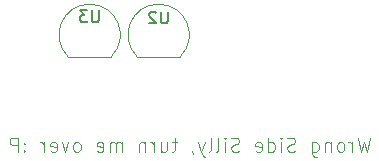
<source format=gbr>
%TF.GenerationSoftware,KiCad,Pcbnew,9.0.4*%
%TF.CreationDate,2025-09-23T13:55:46-04:00*%
%TF.ProjectId,Thermometer,54686572-6d6f-46d6-9574-65722e6b6963,rev?*%
%TF.SameCoordinates,Original*%
%TF.FileFunction,Legend,Bot*%
%TF.FilePolarity,Positive*%
%FSLAX46Y46*%
G04 Gerber Fmt 4.6, Leading zero omitted, Abs format (unit mm)*
G04 Created by KiCad (PCBNEW 9.0.4) date 2025-09-23 13:55:46*
%MOMM*%
%LPD*%
G01*
G04 APERTURE LIST*
%ADD10C,0.100000*%
%ADD11C,0.150000*%
%ADD12C,0.120000*%
G04 APERTURE END LIST*
D10*
X122546382Y-81604342D02*
X122260668Y-82804342D01*
X122260668Y-82804342D02*
X122032096Y-81947200D01*
X122032096Y-81947200D02*
X121803525Y-82804342D01*
X121803525Y-82804342D02*
X121517811Y-81604342D01*
X121060667Y-82804342D02*
X121060667Y-82004342D01*
X121060667Y-82232914D02*
X121003524Y-82118628D01*
X121003524Y-82118628D02*
X120946382Y-82061485D01*
X120946382Y-82061485D02*
X120832096Y-82004342D01*
X120832096Y-82004342D02*
X120717810Y-82004342D01*
X120146382Y-82804342D02*
X120260667Y-82747200D01*
X120260667Y-82747200D02*
X120317810Y-82690057D01*
X120317810Y-82690057D02*
X120374953Y-82575771D01*
X120374953Y-82575771D02*
X120374953Y-82232914D01*
X120374953Y-82232914D02*
X120317810Y-82118628D01*
X120317810Y-82118628D02*
X120260667Y-82061485D01*
X120260667Y-82061485D02*
X120146382Y-82004342D01*
X120146382Y-82004342D02*
X119974953Y-82004342D01*
X119974953Y-82004342D02*
X119860667Y-82061485D01*
X119860667Y-82061485D02*
X119803525Y-82118628D01*
X119803525Y-82118628D02*
X119746382Y-82232914D01*
X119746382Y-82232914D02*
X119746382Y-82575771D01*
X119746382Y-82575771D02*
X119803525Y-82690057D01*
X119803525Y-82690057D02*
X119860667Y-82747200D01*
X119860667Y-82747200D02*
X119974953Y-82804342D01*
X119974953Y-82804342D02*
X120146382Y-82804342D01*
X119232096Y-82004342D02*
X119232096Y-82804342D01*
X119232096Y-82118628D02*
X119174953Y-82061485D01*
X119174953Y-82061485D02*
X119060668Y-82004342D01*
X119060668Y-82004342D02*
X118889239Y-82004342D01*
X118889239Y-82004342D02*
X118774953Y-82061485D01*
X118774953Y-82061485D02*
X118717811Y-82175771D01*
X118717811Y-82175771D02*
X118717811Y-82804342D01*
X117632097Y-82004342D02*
X117632097Y-82975771D01*
X117632097Y-82975771D02*
X117689239Y-83090057D01*
X117689239Y-83090057D02*
X117746382Y-83147200D01*
X117746382Y-83147200D02*
X117860668Y-83204342D01*
X117860668Y-83204342D02*
X118032097Y-83204342D01*
X118032097Y-83204342D02*
X118146382Y-83147200D01*
X117632097Y-82747200D02*
X117746382Y-82804342D01*
X117746382Y-82804342D02*
X117974954Y-82804342D01*
X117974954Y-82804342D02*
X118089239Y-82747200D01*
X118089239Y-82747200D02*
X118146382Y-82690057D01*
X118146382Y-82690057D02*
X118203525Y-82575771D01*
X118203525Y-82575771D02*
X118203525Y-82232914D01*
X118203525Y-82232914D02*
X118146382Y-82118628D01*
X118146382Y-82118628D02*
X118089239Y-82061485D01*
X118089239Y-82061485D02*
X117974954Y-82004342D01*
X117974954Y-82004342D02*
X117746382Y-82004342D01*
X117746382Y-82004342D02*
X117632097Y-82061485D01*
X116203525Y-82747200D02*
X116032097Y-82804342D01*
X116032097Y-82804342D02*
X115746382Y-82804342D01*
X115746382Y-82804342D02*
X115632097Y-82747200D01*
X115632097Y-82747200D02*
X115574954Y-82690057D01*
X115574954Y-82690057D02*
X115517811Y-82575771D01*
X115517811Y-82575771D02*
X115517811Y-82461485D01*
X115517811Y-82461485D02*
X115574954Y-82347200D01*
X115574954Y-82347200D02*
X115632097Y-82290057D01*
X115632097Y-82290057D02*
X115746382Y-82232914D01*
X115746382Y-82232914D02*
X115974954Y-82175771D01*
X115974954Y-82175771D02*
X116089239Y-82118628D01*
X116089239Y-82118628D02*
X116146382Y-82061485D01*
X116146382Y-82061485D02*
X116203525Y-81947200D01*
X116203525Y-81947200D02*
X116203525Y-81832914D01*
X116203525Y-81832914D02*
X116146382Y-81718628D01*
X116146382Y-81718628D02*
X116089239Y-81661485D01*
X116089239Y-81661485D02*
X115974954Y-81604342D01*
X115974954Y-81604342D02*
X115689239Y-81604342D01*
X115689239Y-81604342D02*
X115517811Y-81661485D01*
X115003525Y-82804342D02*
X115003525Y-82004342D01*
X115003525Y-81604342D02*
X115060668Y-81661485D01*
X115060668Y-81661485D02*
X115003525Y-81718628D01*
X115003525Y-81718628D02*
X114946382Y-81661485D01*
X114946382Y-81661485D02*
X115003525Y-81604342D01*
X115003525Y-81604342D02*
X115003525Y-81718628D01*
X113917811Y-82804342D02*
X113917811Y-81604342D01*
X113917811Y-82747200D02*
X114032096Y-82804342D01*
X114032096Y-82804342D02*
X114260668Y-82804342D01*
X114260668Y-82804342D02*
X114374953Y-82747200D01*
X114374953Y-82747200D02*
X114432096Y-82690057D01*
X114432096Y-82690057D02*
X114489239Y-82575771D01*
X114489239Y-82575771D02*
X114489239Y-82232914D01*
X114489239Y-82232914D02*
X114432096Y-82118628D01*
X114432096Y-82118628D02*
X114374953Y-82061485D01*
X114374953Y-82061485D02*
X114260668Y-82004342D01*
X114260668Y-82004342D02*
X114032096Y-82004342D01*
X114032096Y-82004342D02*
X113917811Y-82061485D01*
X112889239Y-82747200D02*
X113003525Y-82804342D01*
X113003525Y-82804342D02*
X113232097Y-82804342D01*
X113232097Y-82804342D02*
X113346382Y-82747200D01*
X113346382Y-82747200D02*
X113403525Y-82632914D01*
X113403525Y-82632914D02*
X113403525Y-82175771D01*
X113403525Y-82175771D02*
X113346382Y-82061485D01*
X113346382Y-82061485D02*
X113232097Y-82004342D01*
X113232097Y-82004342D02*
X113003525Y-82004342D01*
X113003525Y-82004342D02*
X112889239Y-82061485D01*
X112889239Y-82061485D02*
X112832097Y-82175771D01*
X112832097Y-82175771D02*
X112832097Y-82290057D01*
X112832097Y-82290057D02*
X113403525Y-82404342D01*
X111460668Y-82747200D02*
X111289240Y-82804342D01*
X111289240Y-82804342D02*
X111003525Y-82804342D01*
X111003525Y-82804342D02*
X110889240Y-82747200D01*
X110889240Y-82747200D02*
X110832097Y-82690057D01*
X110832097Y-82690057D02*
X110774954Y-82575771D01*
X110774954Y-82575771D02*
X110774954Y-82461485D01*
X110774954Y-82461485D02*
X110832097Y-82347200D01*
X110832097Y-82347200D02*
X110889240Y-82290057D01*
X110889240Y-82290057D02*
X111003525Y-82232914D01*
X111003525Y-82232914D02*
X111232097Y-82175771D01*
X111232097Y-82175771D02*
X111346382Y-82118628D01*
X111346382Y-82118628D02*
X111403525Y-82061485D01*
X111403525Y-82061485D02*
X111460668Y-81947200D01*
X111460668Y-81947200D02*
X111460668Y-81832914D01*
X111460668Y-81832914D02*
X111403525Y-81718628D01*
X111403525Y-81718628D02*
X111346382Y-81661485D01*
X111346382Y-81661485D02*
X111232097Y-81604342D01*
X111232097Y-81604342D02*
X110946382Y-81604342D01*
X110946382Y-81604342D02*
X110774954Y-81661485D01*
X110260668Y-82804342D02*
X110260668Y-82004342D01*
X110260668Y-81604342D02*
X110317811Y-81661485D01*
X110317811Y-81661485D02*
X110260668Y-81718628D01*
X110260668Y-81718628D02*
X110203525Y-81661485D01*
X110203525Y-81661485D02*
X110260668Y-81604342D01*
X110260668Y-81604342D02*
X110260668Y-81718628D01*
X109517811Y-82804342D02*
X109632096Y-82747200D01*
X109632096Y-82747200D02*
X109689239Y-82632914D01*
X109689239Y-82632914D02*
X109689239Y-81604342D01*
X108889240Y-82804342D02*
X109003525Y-82747200D01*
X109003525Y-82747200D02*
X109060668Y-82632914D01*
X109060668Y-82632914D02*
X109060668Y-81604342D01*
X108546383Y-82004342D02*
X108260669Y-82804342D01*
X107974954Y-82004342D02*
X108260669Y-82804342D01*
X108260669Y-82804342D02*
X108374954Y-83090057D01*
X108374954Y-83090057D02*
X108432097Y-83147200D01*
X108432097Y-83147200D02*
X108546383Y-83204342D01*
X107460668Y-82747200D02*
X107460668Y-82804342D01*
X107460668Y-82804342D02*
X107517811Y-82918628D01*
X107517811Y-82918628D02*
X107574954Y-82975771D01*
X106203525Y-82004342D02*
X105746382Y-82004342D01*
X106032096Y-81604342D02*
X106032096Y-82632914D01*
X106032096Y-82632914D02*
X105974953Y-82747200D01*
X105974953Y-82747200D02*
X105860668Y-82804342D01*
X105860668Y-82804342D02*
X105746382Y-82804342D01*
X104832097Y-82004342D02*
X104832097Y-82804342D01*
X105346382Y-82004342D02*
X105346382Y-82632914D01*
X105346382Y-82632914D02*
X105289239Y-82747200D01*
X105289239Y-82747200D02*
X105174954Y-82804342D01*
X105174954Y-82804342D02*
X105003525Y-82804342D01*
X105003525Y-82804342D02*
X104889239Y-82747200D01*
X104889239Y-82747200D02*
X104832097Y-82690057D01*
X104260668Y-82804342D02*
X104260668Y-82004342D01*
X104260668Y-82232914D02*
X104203525Y-82118628D01*
X104203525Y-82118628D02*
X104146383Y-82061485D01*
X104146383Y-82061485D02*
X104032097Y-82004342D01*
X104032097Y-82004342D02*
X103917811Y-82004342D01*
X103517811Y-82004342D02*
X103517811Y-82804342D01*
X103517811Y-82118628D02*
X103460668Y-82061485D01*
X103460668Y-82061485D02*
X103346383Y-82004342D01*
X103346383Y-82004342D02*
X103174954Y-82004342D01*
X103174954Y-82004342D02*
X103060668Y-82061485D01*
X103060668Y-82061485D02*
X103003526Y-82175771D01*
X103003526Y-82175771D02*
X103003526Y-82804342D01*
X101517811Y-82804342D02*
X101517811Y-82004342D01*
X101517811Y-82118628D02*
X101460668Y-82061485D01*
X101460668Y-82061485D02*
X101346383Y-82004342D01*
X101346383Y-82004342D02*
X101174954Y-82004342D01*
X101174954Y-82004342D02*
X101060668Y-82061485D01*
X101060668Y-82061485D02*
X101003526Y-82175771D01*
X101003526Y-82175771D02*
X101003526Y-82804342D01*
X101003526Y-82175771D02*
X100946383Y-82061485D01*
X100946383Y-82061485D02*
X100832097Y-82004342D01*
X100832097Y-82004342D02*
X100660668Y-82004342D01*
X100660668Y-82004342D02*
X100546383Y-82061485D01*
X100546383Y-82061485D02*
X100489240Y-82175771D01*
X100489240Y-82175771D02*
X100489240Y-82804342D01*
X99460668Y-82747200D02*
X99574954Y-82804342D01*
X99574954Y-82804342D02*
X99803526Y-82804342D01*
X99803526Y-82804342D02*
X99917811Y-82747200D01*
X99917811Y-82747200D02*
X99974954Y-82632914D01*
X99974954Y-82632914D02*
X99974954Y-82175771D01*
X99974954Y-82175771D02*
X99917811Y-82061485D01*
X99917811Y-82061485D02*
X99803526Y-82004342D01*
X99803526Y-82004342D02*
X99574954Y-82004342D01*
X99574954Y-82004342D02*
X99460668Y-82061485D01*
X99460668Y-82061485D02*
X99403526Y-82175771D01*
X99403526Y-82175771D02*
X99403526Y-82290057D01*
X99403526Y-82290057D02*
X99974954Y-82404342D01*
X97803526Y-82804342D02*
X97917811Y-82747200D01*
X97917811Y-82747200D02*
X97974954Y-82690057D01*
X97974954Y-82690057D02*
X98032097Y-82575771D01*
X98032097Y-82575771D02*
X98032097Y-82232914D01*
X98032097Y-82232914D02*
X97974954Y-82118628D01*
X97974954Y-82118628D02*
X97917811Y-82061485D01*
X97917811Y-82061485D02*
X97803526Y-82004342D01*
X97803526Y-82004342D02*
X97632097Y-82004342D01*
X97632097Y-82004342D02*
X97517811Y-82061485D01*
X97517811Y-82061485D02*
X97460669Y-82118628D01*
X97460669Y-82118628D02*
X97403526Y-82232914D01*
X97403526Y-82232914D02*
X97403526Y-82575771D01*
X97403526Y-82575771D02*
X97460669Y-82690057D01*
X97460669Y-82690057D02*
X97517811Y-82747200D01*
X97517811Y-82747200D02*
X97632097Y-82804342D01*
X97632097Y-82804342D02*
X97803526Y-82804342D01*
X97003526Y-82004342D02*
X96717812Y-82804342D01*
X96717812Y-82804342D02*
X96432097Y-82004342D01*
X95517811Y-82747200D02*
X95632097Y-82804342D01*
X95632097Y-82804342D02*
X95860669Y-82804342D01*
X95860669Y-82804342D02*
X95974954Y-82747200D01*
X95974954Y-82747200D02*
X96032097Y-82632914D01*
X96032097Y-82632914D02*
X96032097Y-82175771D01*
X96032097Y-82175771D02*
X95974954Y-82061485D01*
X95974954Y-82061485D02*
X95860669Y-82004342D01*
X95860669Y-82004342D02*
X95632097Y-82004342D01*
X95632097Y-82004342D02*
X95517811Y-82061485D01*
X95517811Y-82061485D02*
X95460669Y-82175771D01*
X95460669Y-82175771D02*
X95460669Y-82290057D01*
X95460669Y-82290057D02*
X96032097Y-82404342D01*
X94946383Y-82804342D02*
X94946383Y-82004342D01*
X94946383Y-82232914D02*
X94889240Y-82118628D01*
X94889240Y-82118628D02*
X94832098Y-82061485D01*
X94832098Y-82061485D02*
X94717812Y-82004342D01*
X94717812Y-82004342D02*
X94603526Y-82004342D01*
X93289240Y-82690057D02*
X93232097Y-82747200D01*
X93232097Y-82747200D02*
X93289240Y-82804342D01*
X93289240Y-82804342D02*
X93346383Y-82747200D01*
X93346383Y-82747200D02*
X93289240Y-82690057D01*
X93289240Y-82690057D02*
X93289240Y-82804342D01*
X93289240Y-82061485D02*
X93232097Y-82118628D01*
X93232097Y-82118628D02*
X93289240Y-82175771D01*
X93289240Y-82175771D02*
X93346383Y-82118628D01*
X93346383Y-82118628D02*
X93289240Y-82061485D01*
X93289240Y-82061485D02*
X93289240Y-82175771D01*
X92717811Y-82804342D02*
X92717811Y-81604342D01*
X92717811Y-81604342D02*
X92260668Y-81604342D01*
X92260668Y-81604342D02*
X92146383Y-81661485D01*
X92146383Y-81661485D02*
X92089240Y-81718628D01*
X92089240Y-81718628D02*
X92032097Y-81832914D01*
X92032097Y-81832914D02*
X92032097Y-82004342D01*
X92032097Y-82004342D02*
X92089240Y-82118628D01*
X92089240Y-82118628D02*
X92146383Y-82175771D01*
X92146383Y-82175771D02*
X92260668Y-82232914D01*
X92260668Y-82232914D02*
X92717811Y-82232914D01*
D11*
X105409904Y-70934819D02*
X105409904Y-71744342D01*
X105409904Y-71744342D02*
X105362285Y-71839580D01*
X105362285Y-71839580D02*
X105314666Y-71887200D01*
X105314666Y-71887200D02*
X105219428Y-71934819D01*
X105219428Y-71934819D02*
X105028952Y-71934819D01*
X105028952Y-71934819D02*
X104933714Y-71887200D01*
X104933714Y-71887200D02*
X104886095Y-71839580D01*
X104886095Y-71839580D02*
X104838476Y-71744342D01*
X104838476Y-71744342D02*
X104838476Y-70934819D01*
X104409904Y-71030057D02*
X104362285Y-70982438D01*
X104362285Y-70982438D02*
X104267047Y-70934819D01*
X104267047Y-70934819D02*
X104028952Y-70934819D01*
X104028952Y-70934819D02*
X103933714Y-70982438D01*
X103933714Y-70982438D02*
X103886095Y-71030057D01*
X103886095Y-71030057D02*
X103838476Y-71125295D01*
X103838476Y-71125295D02*
X103838476Y-71220533D01*
X103838476Y-71220533D02*
X103886095Y-71363390D01*
X103886095Y-71363390D02*
X104457523Y-71934819D01*
X104457523Y-71934819D02*
X103838476Y-71934819D01*
X99567904Y-70828819D02*
X99567904Y-71638342D01*
X99567904Y-71638342D02*
X99520285Y-71733580D01*
X99520285Y-71733580D02*
X99472666Y-71781200D01*
X99472666Y-71781200D02*
X99377428Y-71828819D01*
X99377428Y-71828819D02*
X99186952Y-71828819D01*
X99186952Y-71828819D02*
X99091714Y-71781200D01*
X99091714Y-71781200D02*
X99044095Y-71733580D01*
X99044095Y-71733580D02*
X98996476Y-71638342D01*
X98996476Y-71638342D02*
X98996476Y-70828819D01*
X98615523Y-70828819D02*
X97996476Y-70828819D01*
X97996476Y-70828819D02*
X98329809Y-71209771D01*
X98329809Y-71209771D02*
X98186952Y-71209771D01*
X98186952Y-71209771D02*
X98091714Y-71257390D01*
X98091714Y-71257390D02*
X98044095Y-71305009D01*
X98044095Y-71305009D02*
X97996476Y-71400247D01*
X97996476Y-71400247D02*
X97996476Y-71638342D01*
X97996476Y-71638342D02*
X98044095Y-71733580D01*
X98044095Y-71733580D02*
X98091714Y-71781200D01*
X98091714Y-71781200D02*
X98186952Y-71828819D01*
X98186952Y-71828819D02*
X98472666Y-71828819D01*
X98472666Y-71828819D02*
X98567904Y-71781200D01*
X98567904Y-71781200D02*
X98615523Y-71733580D01*
D12*
%TO.C,U2*%
X102809522Y-74736478D02*
G75*
G02*
X104648000Y-70297999I1838478J1838478D01*
G01*
X104648000Y-70298000D02*
G75*
G02*
X106486478Y-74736478I0J-2600000D01*
G01*
X106448000Y-74748000D02*
X102848000Y-74748000D01*
%TO.C,U3*%
X96967522Y-74736478D02*
G75*
G02*
X98806000Y-70297999I1838478J1838478D01*
G01*
X98806000Y-70298000D02*
G75*
G02*
X100644478Y-74736478I0J-2600000D01*
G01*
X100606000Y-74748000D02*
X97006000Y-74748000D01*
%TD*%
M02*

</source>
